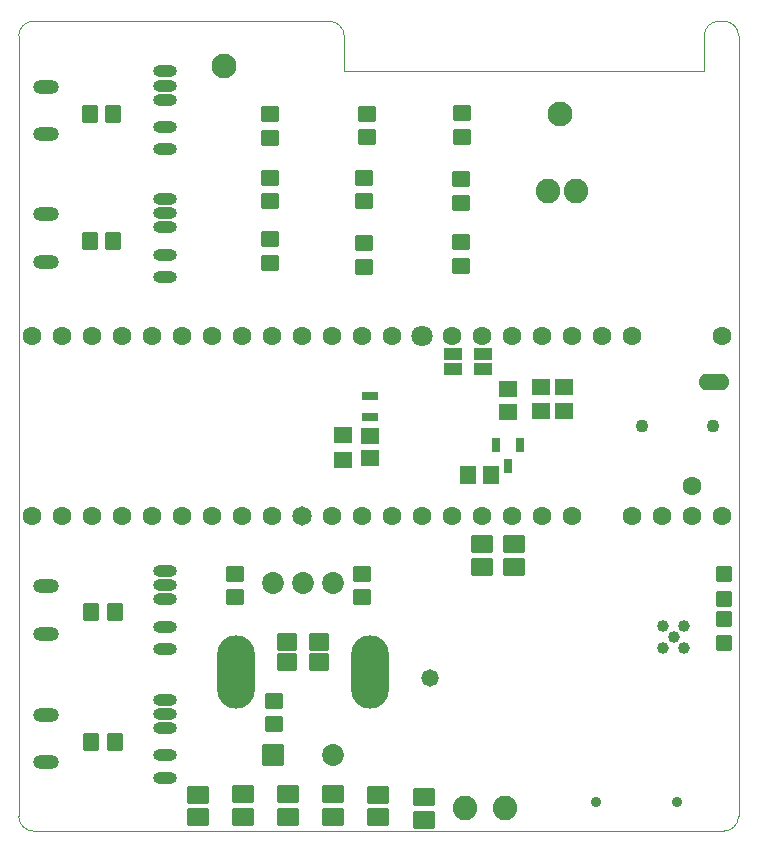
<source format=gbr>
%TF.GenerationSoftware,KiCad,Pcbnew,8.0.1*%
%TF.CreationDate,2025-01-16T17:49:12-07:00*%
%TF.ProjectId,WDM_RevB_v3,57444d5f-5265-4764-925f-76332e6b6963,rev?*%
%TF.SameCoordinates,Original*%
%TF.FileFunction,Soldermask,Top*%
%TF.FilePolarity,Negative*%
%FSLAX46Y46*%
G04 Gerber Fmt 4.6, Leading zero omitted, Abs format (unit mm)*
G04 Created by KiCad (PCBNEW 8.0.1) date 2025-01-16 17:49:12*
%MOMM*%
%LPD*%
G01*
G04 APERTURE LIST*
G04 Aperture macros list*
%AMRoundRect*
0 Rectangle with rounded corners*
0 $1 Rounding radius*
0 $2 $3 $4 $5 $6 $7 $8 $9 X,Y pos of 4 corners*
0 Add a 4 corners polygon primitive as box body*
4,1,4,$2,$3,$4,$5,$6,$7,$8,$9,$2,$3,0*
0 Add four circle primitives for the rounded corners*
1,1,$1+$1,$2,$3*
1,1,$1+$1,$4,$5*
1,1,$1+$1,$6,$7*
1,1,$1+$1,$8,$9*
0 Add four rect primitives between the rounded corners*
20,1,$1+$1,$2,$3,$4,$5,0*
20,1,$1+$1,$4,$5,$6,$7,0*
20,1,$1+$1,$6,$7,$8,$9,0*
20,1,$1+$1,$8,$9,$2,$3,0*%
G04 Aperture macros list end*
%ADD10RoundRect,0.101600X-0.700000X0.550000X-0.700000X-0.550000X0.700000X-0.550000X0.700000X0.550000X0*%
%ADD11C,2.100000*%
%ADD12C,1.600000*%
%ADD13C,1.803200*%
%ADD14C,1.650000*%
%ADD15RoundRect,0.101600X-0.800000X0.650000X-0.800000X-0.650000X0.800000X-0.650000X0.800000X0.650000X0*%
%ADD16RoundRect,0.101600X0.265000X0.504998X-0.265000X0.504998X-0.265000X-0.504998X0.265000X-0.504998X0*%
%ADD17RoundRect,0.101600X0.800000X-0.650000X0.800000X0.650000X-0.800000X0.650000X-0.800000X-0.650000X0*%
%ADD18RoundRect,0.101600X-0.550000X-0.700000X0.550000X-0.700000X0.550000X0.700000X-0.550000X0.700000X0*%
%ADD19RoundRect,0.101600X-0.750000X0.650000X-0.750000X-0.650000X0.750000X-0.650000X0.750000X0.650000X0*%
%ADD20RoundRect,0.736600X0.000010X0.000010X-0.000010X0.000010X-0.000010X-0.000010X0.000010X-0.000010X0*%
%ADD21RoundRect,0.050800X0.600000X0.600000X-0.600000X0.600000X-0.600000X-0.600000X0.600000X-0.600000X0*%
%ADD22R,1.500000X1.000000*%
%ADD23R,1.399200X0.752400*%
%ADD24RoundRect,0.050800X-0.750000X0.600000X-0.750000X-0.600000X0.750000X-0.600000X0.750000X0.600000X0*%
%ADD25RoundRect,0.050800X-0.750000X0.650000X-0.750000X-0.650000X0.750000X-0.650000X0.750000X0.650000X0*%
%ADD26RoundRect,0.050800X-0.600000X-0.600000X0.600000X-0.600000X0.600000X0.600000X-0.600000X0.600000X0*%
%ADD27RoundRect,0.050800X-0.650000X-0.750000X0.650000X-0.750000X0.650000X0.750000X-0.650000X0.750000X0*%
%ADD28RoundRect,0.102000X-0.825000X-0.825000X0.825000X-0.825000X0.825000X0.825000X-0.825000X0.825000X0*%
%ADD29C,1.854000*%
%ADD30O,3.204000X6.204000*%
%ADD31C,2.082800*%
%ADD32C,1.100000*%
%ADD33O,2.620000X1.412000*%
%ADD34O,2.000000X1.000000*%
%ADD35O,2.204000X1.204000*%
%ADD36C,1.009600*%
%ADD37C,0.900000*%
%TA.AperFunction,Profile*%
%ADD38C,0.100000*%
%TD*%
G04 APERTURE END LIST*
D10*
%TO.C,R20*%
X123893146Y-66087041D03*
X123893146Y-64087041D03*
%TD*%
D11*
%TO.C,H1*%
X132300546Y-53225241D03*
%TD*%
D10*
%TO.C,R24*%
X115663546Y-66170842D03*
X115663546Y-64170842D03*
%TD*%
%TO.C,R15*%
X107738746Y-55215841D03*
X107738746Y-53215841D03*
%TD*%
D12*
%TO.C,J2*%
X146014424Y-87214014D03*
X138394424Y-71974014D03*
X135854424Y-71974014D03*
X133314424Y-71974014D03*
X130774424Y-71974014D03*
X128234424Y-71974014D03*
X125694424Y-71974014D03*
X123154424Y-71974014D03*
D13*
X120614424Y-71974014D03*
D12*
X118074424Y-71974014D03*
X115534424Y-71974014D03*
X112994424Y-71974014D03*
X112994424Y-87214014D03*
X115534424Y-87214014D03*
X118074424Y-87214014D03*
X120614424Y-87214014D03*
X123154424Y-87214014D03*
X125694424Y-87214014D03*
X128234424Y-87214014D03*
X130774424Y-87214014D03*
X133314424Y-87214014D03*
X138394424Y-87214014D03*
X107914424Y-71974014D03*
X105374424Y-71974014D03*
X102834424Y-71974014D03*
X100294424Y-71974014D03*
X97754424Y-71974014D03*
X95214424Y-71974014D03*
X92674424Y-71974014D03*
X90134424Y-71974014D03*
X87594424Y-71974014D03*
X87594424Y-87214014D03*
X90134424Y-87214014D03*
X92674424Y-87214014D03*
X95214424Y-87214014D03*
X97754424Y-87214014D03*
X100294424Y-87214014D03*
X102834424Y-87214014D03*
X105374424Y-87214014D03*
X107914424Y-87214014D03*
X143474424Y-84674014D03*
X146014424Y-71974014D03*
X143474424Y-87214014D03*
D14*
X110454424Y-87214014D03*
D12*
X110454424Y-71974014D03*
X140934424Y-87214014D03*
%TD*%
D15*
%TO.C,R33*%
X109242765Y-112696284D03*
X109242765Y-110796284D03*
%TD*%
%TO.C,R36*%
X120751600Y-112964000D03*
X120751600Y-111064000D03*
%TD*%
D16*
%TO.C,U5*%
X128917685Y-81205829D03*
X126867685Y-81205829D03*
X127892685Y-82995829D03*
%TD*%
D10*
%TO.C,R25*%
X123967606Y-55147440D03*
X123967606Y-53147440D03*
%TD*%
%TO.C,R26*%
X123943946Y-60753041D03*
X123943946Y-58753041D03*
%TD*%
D17*
%TO.C,R39*%
X125722212Y-89656007D03*
X125722212Y-91556007D03*
%TD*%
D18*
%TO.C,R14*%
X94456000Y-53213000D03*
X92456000Y-53213000D03*
%TD*%
D19*
%TO.C,C7*%
X109211946Y-99580241D03*
X109211946Y-97880241D03*
%TD*%
D17*
%TO.C,R40*%
X128389212Y-89656007D03*
X128389212Y-91556007D03*
%TD*%
D20*
%TO.C,TP2*%
X121259600Y-100990400D03*
%TD*%
D15*
%TO.C,R34*%
X113030000Y-112726800D03*
X113030000Y-110826800D03*
%TD*%
D19*
%TO.C,C8*%
X111853546Y-99580241D03*
X111853546Y-97880241D03*
%TD*%
D10*
%TO.C,R27*%
X115548346Y-94128641D03*
X115548346Y-92128641D03*
%TD*%
D15*
%TO.C,R32*%
X105435400Y-112701400D03*
X105435400Y-110801400D03*
%TD*%
D10*
%TO.C,R16*%
X107771548Y-60621041D03*
X107771548Y-58621041D03*
%TD*%
%TO.C,R22*%
X107771548Y-65833041D03*
X107771548Y-63833041D03*
%TD*%
%TO.C,R28*%
X104741546Y-94128641D03*
X104741546Y-92128641D03*
%TD*%
%TO.C,R17*%
X115931293Y-55202008D03*
X115931293Y-53202008D03*
%TD*%
%TO.C,R21*%
X108034146Y-104882241D03*
X108034146Y-102882241D03*
%TD*%
D21*
%TO.C,D2*%
X146177000Y-95944000D03*
X146177000Y-98044000D03*
%TD*%
D15*
%TO.C,R35*%
X116890800Y-112742000D03*
X116890800Y-110842000D03*
%TD*%
%TO.C,R31*%
X101625400Y-112760800D03*
X101625400Y-110860800D03*
%TD*%
D22*
%TO.C,JP1*%
X123190000Y-73518000D03*
X123190000Y-74818000D03*
%TD*%
D23*
%TO.C,L2*%
X116197212Y-78830407D03*
X116197212Y-77078007D03*
%TD*%
D24*
%TO.C,C11*%
X132588000Y-76293000D03*
X132588000Y-78393000D03*
%TD*%
D11*
%TO.C,H2*%
X103852546Y-49161241D03*
%TD*%
D25*
%TO.C,C17*%
X116197212Y-80446007D03*
X116197212Y-82346007D03*
%TD*%
D22*
%TO.C,JP2*%
X125730000Y-73518000D03*
X125730000Y-74818000D03*
%TD*%
D26*
%TO.C,D3*%
X146177000Y-94268000D03*
X146177000Y-92168000D03*
%TD*%
D24*
%TO.C,C18*%
X113919000Y-80380007D03*
X113919000Y-82480007D03*
%TD*%
D18*
%TO.C,R37*%
X94599000Y-95377000D03*
X92599000Y-95377000D03*
%TD*%
%TO.C,R29*%
X94599000Y-106426000D03*
X92599000Y-106426000D03*
%TD*%
D10*
%TO.C,R19*%
X115714346Y-60600641D03*
X115714346Y-58600641D03*
%TD*%
D27*
%TO.C,C12*%
X124518212Y-83809007D03*
X126418212Y-83809007D03*
%TD*%
D18*
%TO.C,R23*%
X94472000Y-64008000D03*
X92472000Y-64008000D03*
%TD*%
D24*
%TO.C,C10*%
X130675212Y-76293000D03*
X130675212Y-78393000D03*
%TD*%
D25*
%TO.C,C9*%
X127881212Y-76520000D03*
X127881212Y-78420000D03*
%TD*%
D28*
%TO.C,EN_1*%
X108030000Y-107450000D03*
D29*
X113030000Y-107450000D03*
X108030000Y-92950000D03*
X113030000Y-92950000D03*
X110530000Y-92950000D03*
D30*
X104830000Y-100450000D03*
X116230000Y-100450000D03*
%TD*%
D31*
%TO.C,J4*%
X127635000Y-112014000D03*
%TD*%
D32*
%TO.C,J15*%
X145247000Y-79629000D03*
X139247000Y-79629000D03*
D33*
X145347000Y-75879000D03*
%TD*%
D34*
%TO.C,J11*%
X98873000Y-91918000D03*
X98873000Y-94318000D03*
X98873000Y-93118000D03*
X98873000Y-98518000D03*
X98873000Y-96618000D03*
D35*
X88773000Y-97218000D03*
X88773000Y-93218000D03*
%TD*%
D31*
%TO.C,MIC1*%
X131240200Y-59766200D03*
X133650200Y-59766200D03*
%TD*%
D36*
%TO.C,U1*%
X141918000Y-97495000D03*
X142818000Y-96595000D03*
X141018000Y-96595000D03*
X141018000Y-98395000D03*
X142818000Y-98395000D03*
%TD*%
D31*
%TO.C,J5*%
X124282200Y-112014000D03*
%TD*%
D34*
%TO.C,J6*%
X98873000Y-60422000D03*
X98873000Y-62822000D03*
X98873000Y-61622000D03*
X98873000Y-67022000D03*
X98873000Y-65122000D03*
D35*
X88773000Y-65722000D03*
X88773000Y-61722000D03*
%TD*%
D34*
%TO.C,J3*%
X98858500Y-49607750D03*
X98858500Y-52007750D03*
X98858500Y-50807750D03*
X98858500Y-56207750D03*
X98858500Y-54307750D03*
D35*
X88758500Y-54907750D03*
X88758500Y-50907750D03*
%TD*%
D34*
%TO.C,J7*%
X98873000Y-102820750D03*
X98873000Y-105220750D03*
X98873000Y-104020750D03*
X98873000Y-109420750D03*
X98873000Y-107520750D03*
D35*
X88773000Y-108120750D03*
X88773000Y-104120750D03*
%TD*%
D37*
%TO.C,SW1*%
X135371000Y-111482000D03*
X142171000Y-111482000D03*
%TD*%
D38*
X114012546Y-46621241D02*
X114012546Y-49542241D01*
X114012546Y-49542241D02*
X144492546Y-49542241D01*
X144492546Y-46621241D02*
G75*
G02*
X145762546Y-45351246I1269954J41D01*
G01*
X144492546Y-49542241D02*
X144492546Y-46621241D01*
X146143546Y-45351241D02*
G75*
G02*
X147413459Y-46621241I-46J-1269959D01*
G01*
X146143546Y-113931241D02*
X87723546Y-113931241D01*
X147413546Y-112661241D02*
G75*
G02*
X146143546Y-113931246I-1270046J41D01*
G01*
X86453546Y-46621241D02*
G75*
G02*
X87723546Y-45351246I1269954J41D01*
G01*
X147413546Y-46621241D02*
X147413546Y-112661241D01*
X87723546Y-45351241D02*
X112742546Y-45351241D01*
X86451424Y-46621241D02*
X86451424Y-112661241D01*
X87723546Y-113931241D02*
G75*
G02*
X86453459Y-112661241I-46J1270041D01*
G01*
X145762546Y-45351241D02*
X146143546Y-45351241D01*
X112742546Y-45351241D02*
G75*
G02*
X114012459Y-46621241I-46J-1269959D01*
G01*
M02*

</source>
